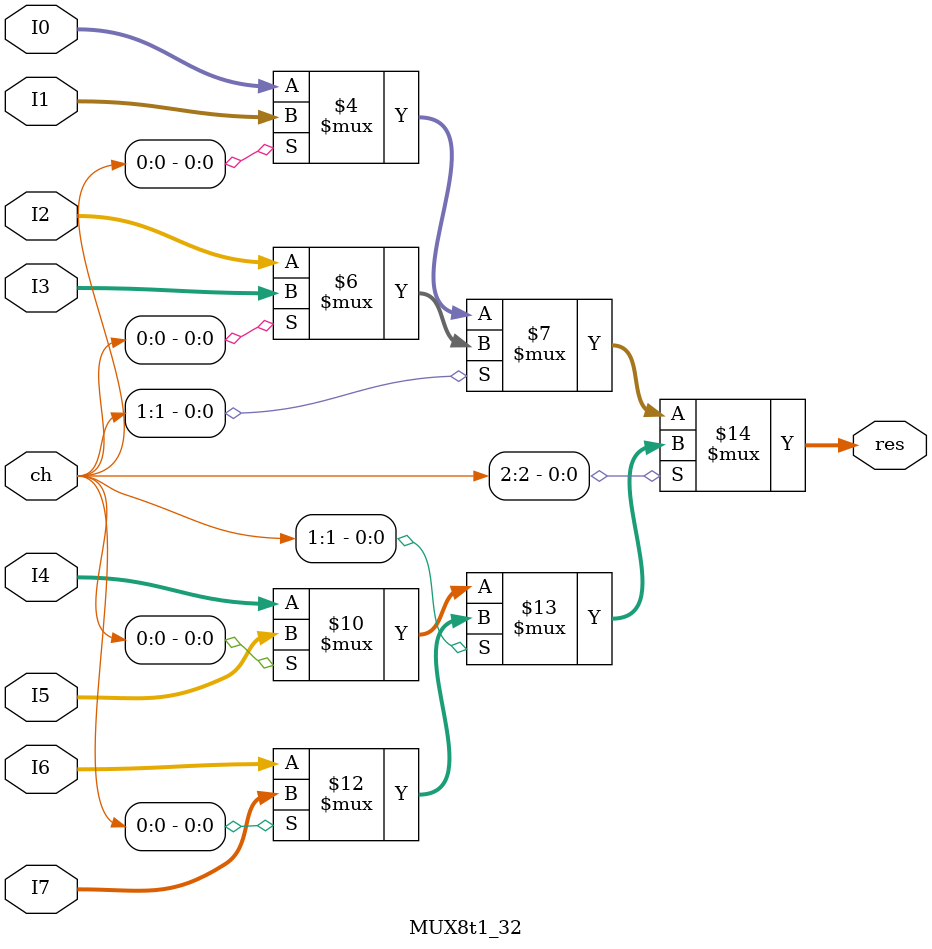
<source format=v>
`timescale 1ns / 1ps


module MUX8t1_32 (
   I0,
   I1,
   I2,
   I3,
   I4,
   I5,
   I6,
   I7,
   ch,
   res
);
   input [31:0] I0, I1, I2, I3, I4, I5, I6, I7;
   input [2:0] ch;
   output [31:0] res;
   assign res = (ch[2] == 0 ? (ch[1] == 0 ? (ch[0] == 0 ? I0 : I1) : (ch[0] == 0 ? I2 : I3)) : (ch[1] == 0 ? (ch[0] == 0 ? I4 : I5) : (ch[0] == 0 ? I6 : I7)));
endmodule

</source>
